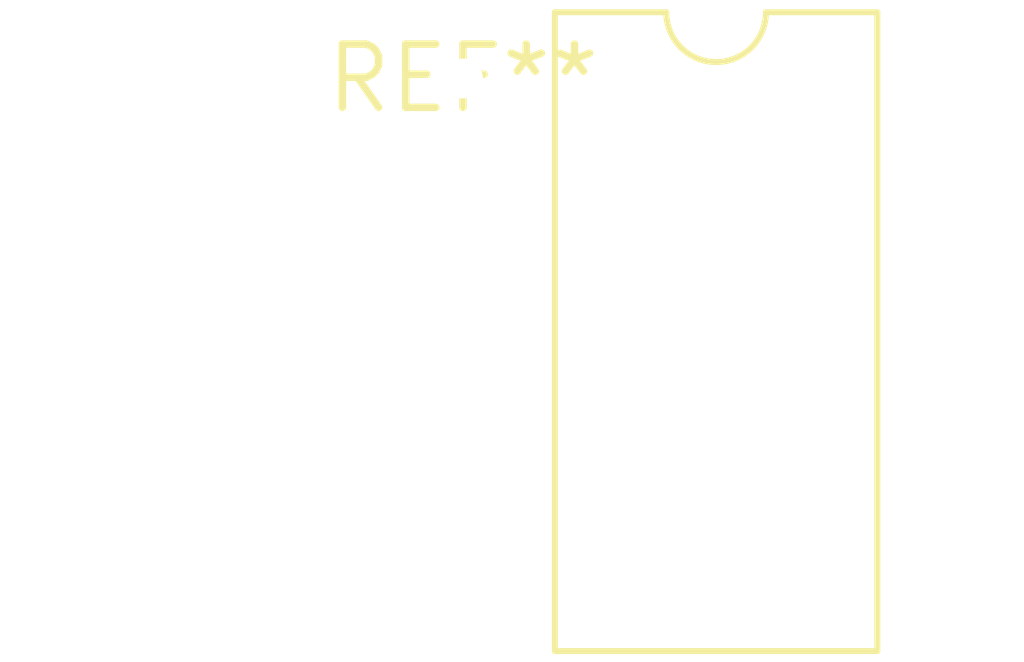
<source format=kicad_pcb>
(kicad_pcb (version 20240108) (generator pcbnew)
  (layers (0 "F.Cu" signal) (31 "B.Cu" signal) (34 "B.Paste" user) (35 "F.Paste" user) (36 "B.SilkS" user "B.Silkscreen") (37 "F.SilkS" user "F.Silkscreen") (38 "B.Mask" user) (39 "F.Mask" user) (44 "Edge.Cuts" user))
  (net 0 "")
  (footprint "DIP-10_W10.16mm" (layer "F.Cu") (at 0 0)
    (property "Reference" "REF**")
    (property "Value" "DIP-10_W10.16mm")
    (fp_line (start 1.845 -1.33) (end 1.845 11.49) (layer "F.SilkS") (stroke (width 0.12)))
    (fp_line (start 1.845 11.49) (end 8.315 11.49) (layer "F.SilkS") (stroke (width 0.12)))
    (fp_line (start 4.08 -1.33) (end 1.845 -1.33) (layer "F.SilkS") (stroke (width 0.12)))
    (fp_line (start 8.315 -1.33) (end 6.08 -1.33) (layer "F.SilkS") (stroke (width 0.12)))
    (fp_line (start 8.315 11.49) (end 8.315 -1.33) (layer "F.SilkS") (stroke (width 0.12)))
    (fp_arc (start 6.08 -1.33) (mid 5.08 -0.33) (end 4.08 -1.33) (layer "F.SilkS") (stroke (width 0.12)))
    (pad "1" thru_hole rect (at 0 0) (size 1.6 1.6) (drill 0.8) (layers *.Cu *.Mask) (remove_unused_layers))
    (pad "2" thru_hole oval (at 0 2.54) (size 1.6 1.6) (drill 0.8) (layers *.Cu *.Mask) (remove_unused_layers))
    (pad "3" thru_hole oval (at 0 5.08) (size 1.6 1.6) (drill 0.8) (layers *.Cu *.Mask) (remove_unused_layers))
    (pad "4" thru_hole oval (at 0 7.62) (size 1.6 1.6) (drill 0.8) (layers *.Cu *.Mask) (remove_unused_layers))
    (pad "5" thru_hole oval (at 0 10.16) (size 1.6 1.6) (drill 0.8) (layers *.Cu *.Mask) (remove_unused_layers))
    (pad "6" thru_hole oval (at 10.16 10.16) (size 1.6 1.6) (drill 0.8) (layers *.Cu *.Mask) (remove_unused_layers))
    (pad "7" thru_hole oval (at 10.16 7.62) (size 1.6 1.6) (drill 0.8) (layers *.Cu *.Mask) (remove_unused_layers))
    (pad "8" thru_hole oval (at 10.16 5.08) (size 1.6 1.6) (drill 0.8) (layers *.Cu *.Mask) (remove_unused_layers))
    (pad "9" thru_hole oval (at 10.16 2.54) (size 1.6 1.6) (drill 0.8) (layers *.Cu *.Mask) (remove_unused_layers))
    (pad "10" thru_hole oval (at 10.16 0) (size 1.6 1.6) (drill 0.8) (layers *.Cu *.Mask) (remove_unused_layers))
  )
)
</source>
